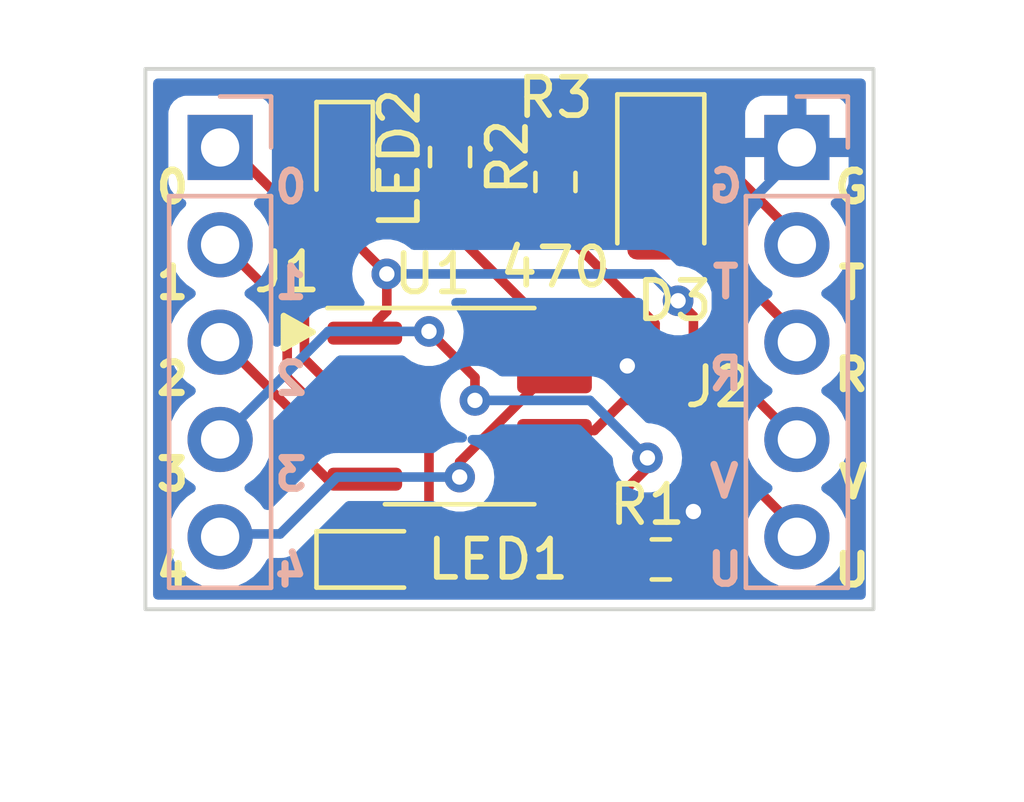
<source format=kicad_pcb>
(kicad_pcb (version 20221018) (generator pcbnew)
  (layers (0 "F.Cu" signal) (31 "B.Cu" signal) (34 "B.Paste" user) (35 "F.Paste" user) (36 "B.SilkS" user "B.Silkscreen") (37 "F.SilkS" user "F.Silkscreen") (38 "B.Mask" user) (39 "F.Mask" user) (44 "Edge.Cuts" user))
  (net 0 "")
  (net 1 "2")
  (net 2 "3")
  (net 3 "4")
  (net 4 "Net-(D1-K)")
  (net 5 "Net-(D2-K)")
  (net 6 "8")
  (net 7 "5")
  (net 8 "6")
  (net 9 "7")
  (net 10 "1")
  (net 11 "UPDI_RX")
  (net 12 "UPDI_TX")
  (footprint "Resistor_SMD:R_0603_1608Metric" (layer "F.Cu") (at 96.5 73.9 90)
    (fp_text reference "470" (at -2.225 0) (layer "F.SilkS"))
    (fp_text value "R3" (at 2.2 0) (layer "F.SilkS"))
    (fp_line (start -0.237258 -0.5225) (end 0.237258 -0.5225) (stroke (width 0.12)) (layer "F.SilkS"))
    (fp_line (start -0.237258 0.5225) (end 0.237258 0.5225) (stroke (width 0.12)) (layer "F.SilkS"))
    (pad "1" smd roundrect (at -0.825 0 90) (size 0.8 0.95) (layers "F.Cu" "F.Paste" "F.Mask") (net 8 "6"))
    (pad "2" smd roundrect (at 0.825 0 90) (size 0.8 0.95) (layers "F.Cu" "F.Paste" "F.Mask") (net 11 "UPDI_RX"))
  )
  (footprint "Resistor_SMD:R_0603_1608Metric" (layer "F.Cu") (at 93.75 73.25 -90)
    (fp_text reference "R2" (at 0 -1.5 90) (layer "F.SilkS"))
    (fp_text value "1k")
    (fp_line (start -0.237258 -0.5225) (end 0.237258 -0.5225) (stroke (width 0.12)) (layer "F.SilkS"))
    (fp_line (start -0.237258 0.5225) (end 0.237258 0.5225) (stroke (width 0.12)) (layer "F.SilkS"))
    (pad "1" smd roundrect (at -0.825 0 270) (size 0.8 0.95) (layers "F.Cu" "F.Paste" "F.Mask") (net 5 "Net-(D2-K)"))
    (pad "2" smd roundrect (at 0.825 0 270) (size 0.8 0.95) (layers "F.Cu" "F.Paste" "F.Mask") (net 6 "8"))
  )
  (footprint "Diode_SMD:D_1206_3216Metric" (layer "F.Cu") (at 99.25 73.9 -90)
    (fp_text reference "D3" (at 3.1 -0.35) (layer "F.SilkS"))
    (fp_text value "RB160M-30")
    (fp_line (start -2.285 -1.135) (end -2.285 1.135) (stroke (width 0.12)) (layer "F.SilkS"))
    (fp_line (start -2.285 1.135) (end 1.6 1.135) (stroke (width 0.12)) (layer "F.SilkS"))
    (fp_line (start 1.6 -1.135) (end -2.285 -1.135) (stroke (width 0.12)) (layer "F.SilkS"))
    (pad "1" smd roundrect (at -1.4 0 270) (size 1.25 1.75) (layers "F.Cu" "F.Paste" "F.Mask") (roundrect_rratio 0.2) (net 12 "UPDI_TX"))
    (pad "2" smd roundrect (at 1.4 0 270) (size 1.25 1.75) (layers "F.Cu" "F.Paste" "F.Mask") (roundrect_rratio 0.2) (net 11 "UPDI_RX"))
  )
  (footprint "Resistor_SMD:R_0603_1608Metric" (layer "F.Cu") (at 99.25 83.75)
    (fp_text reference "R1" (at -0.35 -1.43) (layer "F.SilkS"))
    (fp_text value "1k")
    (fp_line (start -0.237258 -0.5225) (end 0.237258 -0.5225) (stroke (width 0.12)) (layer "F.SilkS"))
    (fp_line (start -0.237258 0.5225) (end 0.237258 0.5225) (stroke (width 0.12)) (layer "F.SilkS"))
    (pad "1" smd roundrect (at -0.825 0) (size 0.8 0.95) (layers "F.Cu" "F.Paste" "F.Mask") (net 4 "Net-(D1-K)"))
    (pad "2" smd roundrect (at 0.825 0) (size 0.8 0.95) (layers "F.Cu" "F.Paste" "F.Mask") (net 6 "8"))
  )
  (footprint "Diode_SMD:D_0603_1608Metric" (layer "F.Cu") (at 91.75 83.75)
    (fp_text reference "LED1" (at 3.25 0) (layer "F.SilkS"))
    (fp_text value "LED")
    (fp_line (start -1.485 -0.735) (end -1.485 0.735) (stroke (width 0.12)) (layer "F.SilkS"))
    (fp_line (start -1.485 0.735) (end 0.8 0.735) (stroke (width 0.12)) (layer "F.SilkS"))
    (fp_line (start 0.8 -0.735) (end -1.485 -0.735) (stroke (width 0.12)) (layer "F.SilkS"))
    (pad "1" smd roundrect (at -0.7875 0) (size 0.875 0.95) (layers "F.Cu" "F.Paste" "F.Mask") (net 4 "Net-(D1-K)"))
    (pad "2" smd roundrect (at 0.7875 0) (size 0.875 0.95) (layers "F.Cu" "F.Paste" "F.Mask") (net 2 "3"))
  )
  (footprint "Package_SO:SOIC-8_3.9x4.9mm_P1.27mm" (layer "F.Cu") (at 94 79.75)
    (fp_text reference "U1" (at -0.7 -3.45) (layer "F.SilkS"))
    (fp_text value "ATtiny202-SS")
    (fp_line (start 0 -2.56) (end -3.45 -2.56) (stroke (width 0.12)) (layer "F.SilkS"))
    (fp_line (start 0 -2.56) (end 1.95 -2.56) (stroke (width 0.12)) (layer "F.SilkS"))
    (fp_line (start 0 2.56) (end -1.95 2.56) (stroke (width 0.12)) (layer "F.SilkS"))
    (fp_line (start 0 2.56) (end 1.95 2.56) (stroke (width 0.12)) (layer "F.SilkS"))
    (pad "1" smd roundrect (at -2.475 -1.905) (size 1.95 0.6) (layers "F.Cu" "F.Paste" "F.Mask") (net 10 "1"))
    (pad "2" smd roundrect (at -2.475 -0.635) (size 1.95 0.6) (layers "F.Cu" "F.Paste" "F.Mask") (net 1 "2"))
    (pad "3" smd roundrect (at -2.475 0.635) (size 1.95 0.6) (layers "F.Cu" "F.Paste" "F.Mask") (net 2 "3"))
    (pad "4" smd roundrect (at -2.475 1.905) (size 1.95 0.6) (layers "F.Cu" "F.Paste" "F.Mask") (net 3 "4"))
    (pad "5" smd roundrect (at 2.475 1.905) (size 1.95 0.6) (layers "F.Cu" "F.Paste" "F.Mask") (net 7 "5"))
    (pad "6" smd roundrect (at 2.475 0.635) (size 1.95 0.6) (layers "F.Cu" "F.Paste" "F.Mask") (net 8 "6"))
    (pad "7" smd roundrect (at 2.475 -0.635) (size 1.95 0.6) (layers "F.Cu" "F.Paste" "F.Mask") (net 9 "7"))
    (pad "8" smd roundrect (at 2.475 -1.905) (size 1.95 0.6) (layers "F.Cu" "F.Paste" "F.Mask") (net 6 "8"))
  )
  (footprint "Diode_SMD:D_0603_1608Metric" (layer "F.Cu") (at 91 73.3 -90)
    (fp_text reference "LED2" (at 0 -1.43 90) (layer "F.SilkS"))
    (fp_text value "LED")
    (fp_line (start -1.485 -0.735) (end -1.485 0.735) (stroke (width 0.12)) (layer "F.SilkS"))
    (fp_line (start -1.485 0.735) (end 0.8 0.735) (stroke (width 0.12)) (layer "F.SilkS"))
    (fp_line (start 0.8 -0.735) (end -1.485 -0.735) (stroke (width 0.12)) (layer "F.SilkS"))
    (pad "1" smd roundrect (at -0.7875 0 270) (size 0.875 0.95) (layers "F.Cu" "F.Paste" "F.Mask") (net 5 "Net-(D2-K)"))
    (pad "2" smd roundrect (at 0.7875 0 270) (size 0.875 0.95) (layers "F.Cu" "F.Paste" "F.Mask") (net 10 "1"))
  )
  (footprint "Connector_PinHeader_2.54mm:PinHeader_1x05_P2.54mm_Vertical" (layer "B.Cu") (at 87.75 73 180)
    (fp_text reference "J1" (at -1.75 -3.25) (layer "F.SilkS"))
    (fp_text value "Conn_01x05_Pin")
    (fp_line (start -1.33 -11.49) (end 1.33 -11.49) (stroke (width 0.12)) (layer "B.SilkS"))
    (fp_line (start -1.33 -1.27) (end -1.33 -11.49) (stroke (width 0.12)) (layer "B.SilkS"))
    (fp_line (start -1.33 -1.27) (end 1.33 -1.27) (stroke (width 0.12)) (layer "B.SilkS"))
    (fp_line (start -1.33 0) (end -1.33 1.33) (stroke (width 0.12)) (layer "B.SilkS"))
    (fp_line (start -1.33 1.33) (end 0 1.33) (stroke (width 0.12)) (layer "B.SilkS"))
    (fp_line (start 1.33 -1.27) (end 1.33 -11.49) (stroke (width 0.12)) (layer "B.SilkS"))
    (pad "1" thru_hole rect (at 0 0 180) (size 1.7 1.7) (drill 1) (layers "*.Cu" "*.Mask") (net 1 "2"))
    (pad "2" thru_hole oval (at 0 -2.54 180) (size 1.7 1.7) (drill 1) (layers "*.Cu" "*.Mask") (net 2 "3"))
    (pad "3" thru_hole oval (at 0 -5.08 180) (size 1.7 1.7) (drill 1) (layers "*.Cu" "*.Mask") (net 3 "4"))
    (pad "4" thru_hole oval (at 0 -7.62 180) (size 1.7 1.7) (drill 1) (layers "*.Cu" "*.Mask") (net 7 "5"))
    (pad "5" thru_hole oval (at 0 -10.16 180) (size 1.7 1.7) (drill 1) (layers "*.Cu" "*.Mask") (net 9 "7"))
  )
  (footprint "Connector_PinHeader_2.54mm:PinHeader_1x05_P2.54mm_Vertical" (layer "B.Cu") (at 102.8 73 180)
    (fp_text reference "J2" (at 2.05 -6.25) (layer "F.SilkS"))
    (fp_text value "Conn_01x05_Pin")
    (fp_line (start -1.33 -11.49) (end 1.33 -11.49) (stroke (width 0.12)) (layer "B.SilkS"))
    (fp_line (start -1.33 -1.27) (end -1.33 -11.49) (stroke (width 0.12)) (layer "B.SilkS"))
    (fp_line (start -1.33 -1.27) (end 1.33 -1.27) (stroke (width 0.12)) (layer "B.SilkS"))
    (fp_line (start -1.33 0) (end -1.33 1.33) (stroke (width 0.12)) (layer "B.SilkS"))
    (fp_line (start -1.33 1.33) (end 0 1.33) (stroke (width 0.12)) (layer "B.SilkS"))
    (fp_line (start 1.33 -1.27) (end 1.33 -11.49) (stroke (width 0.12)) (layer "B.SilkS"))
    (pad "1" thru_hole rect (at 0 0 180) (size 1.7 1.7) (drill 1) (layers "*.Cu" "*.Mask") (net 6 "8"))
    (pad "2" thru_hole oval (at 0 -2.54 180) (size 1.7 1.7) (drill 1) (layers "*.Cu" "*.Mask") (net 12 "UPDI_TX"))
    (pad "3" thru_hole oval (at 0 -5.08 180) (size 1.7 1.7) (drill 1) (layers "*.Cu" "*.Mask") (net 11 "UPDI_RX"))
    (pad "4" thru_hole oval (at 0 -7.62 180) (size 1.7 1.7) (drill 1) (layers "*.Cu" "*.Mask") (net 10 "1"))
    (pad "5" thru_hole oval (at 0 -10.16 180) (size 1.7 1.7) (drill 1) (layers "*.Cu" "*.Mask") (net 8 "6"))
  )
  (gr_rect (start 85.8 70.95) (end 104.8 85.05) (stroke (width 0.1)) (fill none) (layer "Edge.Cuts"))
  (gr_text "G" (at 101.47 74.48) (layer "B.SilkS") (effects (font (size 0.8 0.8) (thickness 0.1875)) (justify left bottom mirror)))
  (gr_text "V" (at 101.37 82.18) (layer "B.SilkS") (effects (font (size 0.8 0.8) (thickness 0.1875)) (justify left bottom mirror)))
  (gr_text "2" (at 90.1 79.5) (layer "B.SilkS") (effects (font (size 0.8 0.8) (thickness 0.1875)) (justify left bottom mirror)))
  (gr_text "R" (at 101.47 79.38) (layer "B.SilkS") (effects (font (size 0.8 0.8) (thickness 0.1875)) (justify left bottom mirror)))
  (gr_text "1" (at 90.1 77) (layer "B.SilkS") (effects (font (size 0.8 0.8) (thickness 0.1875)) (justify left bottom mirror)))
  (gr_text "0" (at 90.1 74.5) (layer "B.SilkS") (effects (font (size 0.8 0.8) (thickness 0.1875)) (justify left bottom mirror)))
  (gr_text "4" (at 90.1 84.5) (layer "B.SilkS") (effects (font (size 0.8 0.8) (thickness 0.1875)) (justify left bottom mirror)))
  (gr_text "T" (at 101.37 76.98) (layer "B.SilkS") (effects (font (size 0.8 0.8) (thickness 0.1875)) (justify left bottom mirror)))
  (gr_text "U" (at 101.47 84.48) (layer "B.SilkS") (effects (font (size 0.8 0.8) (thickness 0.1875)) (justify left bottom mirror)))
  (gr_text "3" (at 90.1 82) (layer "B.SilkS") (effects (font (size 0.8 0.8) (thickness 0.1875)) (justify left bottom mirror)))
  (gr_text "2" (at 86 79.5) (layer "F.SilkS") (effects (font (size 0.8 0.8) (thickness 0.1875)) (justify left bottom)))
  (gr_text "U" (at 103.7 84.5) (layer "F.SilkS") (effects (font (size 0.8 0.8) (thickness 0.1875)) (justify left bottom)))
  (gr_text "T" (at 103.8 77) (layer "F.SilkS") (effects (font (size 0.8 0.8) (thickness 0.1875)) (justify left bottom)))
  (gr_text "3" (at 86 82) (layer "F.SilkS") (effects (font (size 0.8 0.8) (thickness 0.1875)) (justify left bottom)))
  (gr_text "G" (at 103.7 74.5) (layer "F.SilkS") (effects (font (size 0.8 0.8) (thickness 0.1875)) (justify left bottom)))
  (gr_text "▼" (at 90.3 77.1 90) (layer "F.SilkS") (effects (font (size 1 1)) (justify left bottom mirror)))
  (gr_text "V" (at 103.8 82.2) (layer "F.SilkS") (effects (font (size 0.8 0.8) (thickness 0.1875)) (justify left bottom)))
  (gr_text "0" (at 86 74.5) (layer "F.SilkS") (effects (font (size 0.8 0.8) (thickness 0.1875)) (justify left bottom)))
  (gr_text "R" (at 103.7 79.4) (layer "F.SilkS") (effects (font (size 0.8 0.8) (thickness 0.1875)) (justify left bottom)))
  (gr_text "4" (at 86 84.5) (layer "F.SilkS") (effects (font (size 0.8 0.8) (thickness 0.1875)) (justify left bottom)))
  (gr_text "1" (at 86 77) (layer "F.SilkS") (effects (font (size 0.8 0.8) (thickness 0.1875)) (justify left bottom)))
  (segment (start 89.95 76.05) (end 89.95 78.514999) (width 0.25) (layer "F.Cu") (net 1))
  (segment (start 87.75 73) (end 88 73) (width 0.25) (layer "F.Cu") (net 1))
  (segment (start 89.6 75.7) (end 89.95 76.05) (width 0.25) (layer "F.Cu") (net 1))
  (segment (start 90.550001 79.115) (end 91.525 79.115) (width 0.25) (layer "F.Cu") (net 1))
  (segment (start 89.95 78.514999) (end 90.550001 79.115) (width 0.25) (layer "F.Cu") (net 1))
  (segment (start 88 73) (end 89.6 74.6) (width 0.25) (layer "F.Cu") (net 1))
  (segment (start 89.6 74.6) (end 89.6 75.7) (width 0.25) (layer "F.Cu") (net 1))
  (segment (start 93.2 83.0875) (end 92.5375 83.75) (width 0.25) (layer "F.Cu") (net 2))
  (segment (start 87.75 75.465) (end 89.5 77.215) (width 0.25) (layer "F.Cu") (net 2))
  (segment (start 92.785 80.385) (end 93.2 80.8) (width 0.25) (layer "F.Cu") (net 2))
  (segment (start 90.885 80.385) (end 91.525 80.385) (width 0.25) (layer "F.Cu") (net 2))
  (segment (start 89.5 79) (end 90.885 80.385) (width 0.25) (layer "F.Cu") (net 2))
  (segment (start 93.2 80.8) (end 93.2 83.0875) (width 0.25) (layer "F.Cu") (net 2))
  (segment (start 91.525 80.385) (end 92.785 80.385) (width 0.25) (layer "F.Cu") (net 2))
  (segment (start 89.5 77.215) (end 89.5 79) (width 0.25) (layer "F.Cu") (net 2))
  (segment (start 90.550001 81.655) (end 91.525 81.655) (width 0.25) (layer "F.Cu") (net 3))
  (segment (start 89.8 80.055) (end 89.8 80.904999) (width 0.25) (layer "F.Cu") (net 3))
  (segment (start 87.75 78.005) (end 89.8 80.055) (width 0.25) (layer "F.Cu") (net 3))
  (segment (start 89.8 80.904999) (end 90.550001 81.655) (width 0.25) (layer "F.Cu") (net 3))
  (segment (start 91.8125 84.6) (end 90.9625 83.75) (width 0.25) (layer "F.Cu") (net 4))
  (segment (start 98.425 83.775) (end 97.6 84.6) (width 0.25) (layer "F.Cu") (net 4))
  (segment (start 97.6 84.6) (end 91.8125 84.6) (width 0.25) (layer "F.Cu") (net 4))
  (segment (start 98.425 83.75) (end 98.425 83.775) (width 0.25) (layer "F.Cu") (net 4))
  (segment (start 93.7125 72.4625) (end 93.75 72.425) (width 0.25) (layer "F.Cu") (net 5))
  (segment (start 90.75 72.4625) (end 93.7125 72.4625) (width 0.25) (layer "F.Cu") (net 5))
  (segment (start 97.5205 77.845) (end 96.475 77.845) (width 0.25) (layer "F.Cu") (net 6))
  (segment (start 100.075 83.75) (end 100.075 82.525) (width 0.25) (layer "F.Cu") (net 6))
  (segment (start 93.75 75.12) (end 96.475 77.845) (width 0.25) (layer "F.Cu") (net 6))
  (segment (start 93.75 74.075) (end 93.75 75.12) (width 0.25) (layer "F.Cu") (net 6))
  (segment (start 98.3755 78.7) (end 97.5205 77.845) (width 0.25) (layer "F.Cu") (net 6))
  (segment (start 100.075 82.525) (end 100.1 82.5) (width 0.25) (layer "F.Cu") (net 6))
  (via (at 98.3755 78.7) (size 0.8) (drill 0.4) (layers "F.Cu" "B.Cu") (net 6))
  (via (at 100.1 82.5) (size 0.8) (drill 0.4) (layers "F.Cu" "B.Cu") (net 6))
  (segment (start 98.3755 78.7) (end 100.1 80.4245) (width 0.25) (layer "B.Cu") (net 6))
  (segment (start 100.7 75.3) (end 103 73) (width 0.25) (layer "B.Cu") (net 6))
  (segment (start 100.1 82.5) (end 100.1 82.4) (width 0.25) (layer "B.Cu") (net 6))
  (segment (start 98.3755 78.7) (end 100.1 78.7) (width 0.25) (layer "B.Cu") (net 6))
  (segment (start 100.1 78.7) (end 100.7 78.1) (width 0.25) (layer "B.Cu") (net 6))
  (segment (start 100.7 78.1) (end 100.7 75.3) (width 0.25) (layer "B.Cu") (net 6))
  (segment (start 100.1 80.4245) (end 100.1 82.5) (width 0.25) (layer "B.Cu") (net 6))
  (segment (start 98.9 81.359619) (end 98.234619 82.025) (width 0.25) (layer "F.Cu") (net 7))
  (segment (start 98.9 81.1) (end 98.9 81.359619) (width 0.25) (layer "F.Cu") (net 7))
  (segment (start 93.2 77.8) (end 94.4 79) (width 0.25) (layer "F.Cu") (net 7))
  (segment (start 96.845 82.025) (end 96.475 81.655) (width 0.25) (layer "F.Cu") (net 7))
  (segment (start 94.4 79) (end 94.4 79.6) (width 0.25) (layer "F.Cu") (net 7))
  (segment (start 98.234619 82.025) (end 96.845 82.025) (width 0.25) (layer "F.Cu") (net 7))
  (via (at 98.9 81.1) (size 0.8) (drill 0.4) (layers "F.Cu" "B.Cu") (net 7))
  (via (at 94.4 79.6) (size 0.8) (drill 0.4) (layers "F.Cu" "B.Cu") (net 7))
  (via (at 93.2 77.8) (size 0.8) (drill 0.4) (layers "F.Cu" "B.Cu") (net 7))
  (segment (start 94.4 79.6) (end 97.4 79.6) (width 0.25) (layer "B.Cu") (net 7))
  (segment (start 90.57 77.8) (end 87.75 80.62) (width 0.25) (layer "B.Cu") (net 7))
  (segment (start 97.4 79.6) (end 98.9 81.1) (width 0.25) (layer "B.Cu") (net 7))
  (segment (start 93.2 77.8) (end 90.57 77.8) (width 0.25) (layer "B.Cu") (net 7))
  (segment (start 99.44 79.6) (end 103 83.16) (width 0.25) (layer "F.Cu") (net 8))
  (segment (start 98.3 79.6) (end 99.44 79.6) (width 0.25) (layer "F.Cu") (net 8))
  (segment (start 98.3 79.6) (end 97.515 80.385) (width 0.25) (layer "F.Cu") (net 8))
  (segment (start 99.1 77.6) (end 99.1 79.6) (width 0.25) (layer "F.Cu") (net 8))
  (segment (start 97.515 80.385) (end 96.475 80.385) (width 0.25) (layer "F.Cu") (net 8))
  (segment (start 96.5 75) (end 99.1 77.6) (width 0.25) (layer "F.Cu") (net 8))
  (segment (start 96.094092 79.115) (end 96.475 79.115) (width 0.25) (layer "F.Cu") (net 9))
  (segment (start 94 81.6) (end 94 81.209092) (width 0.25) (layer "F.Cu") (net 9))
  (segment (start 94 81.209092) (end 96.094092 79.115) (width 0.25) (layer "F.Cu") (net 9))
  (via (at 94 81.6) (size 0.8) (drill 0.4) (layers "F.Cu" "B.Cu") (net 9))
  (segment (start 89.315 83.085) (end 87.75 83.085) (width 0.25) (layer "B.Cu") (net 9))
  (segment (start 90.8 81.6) (end 89.315 83.085) (width 0.25) (layer "B.Cu") (net 9))
  (segment (start 94 81.6) (end 90.8 81.6) (width 0.25) (layer "B.Cu") (net 9))
  (segment (start 91 75.2) (end 92.1 76.3) (width 0.25) (layer "F.Cu") (net 10))
  (segment (start 99.7 77) (end 99.7 77) (width 0.25) (layer "F.Cu") (net 10))
  (segment (start 100.1 77.92) (end 100.1 77.4) (width 0.25) (layer "F.Cu") (net 10))
  (segment (start 91 74.0875) (end 91 75.2) (width 0.25) (layer "F.Cu") (net 10))
  (segment (start 92.1 77.27) (end 91.843198 77.526802) (width 0.25) (layer "F.Cu") (net 10))
  (segment (start 102.8 80.62) (end 100.1 77.92) (width 0.25) (layer "F.Cu") (net 10))
  (segment (start 100.1 77.4) (end 99.7 77) (width 0.25) (layer "F.Cu") (net 10))
  (segment (start 92.1 76.3) (end 92.1 77.27) (width 0.25) (layer "F.Cu") (net 10))
  (via (at 99.7 77) (size 0.8) (drill 0.4) (layers "F.Cu" "B.Cu") (net 10))
  (via (at 92.1 76.3) (size 0.8) (drill 0.4) (layers "F.Cu" "B.Cu") (net 10))
  (segment (start 99.7 77) (end 99 76.3) (width 0.25) (layer "B.Cu") (net 10))
  (segment (start 99 76.3) (end 92.1 76.3) (width 0.25) (layer "B.Cu") (net 10))
  (segment (start 92 76.3) (end 92.1 76.3) (width 0.25) (layer "B.Cu") (net 10))
  (segment (start 92.1 76.3) (end 92.2 76.3) (width 0.25) (layer "B.Cu") (net 10))
  (segment (start 103 78.08) (end 100.22 75.3) (width 0.25) (layer "F.Cu") (net 11))
  (segment (start 100.22 75.3) (end 99.25 75.3) (width 0.25) (layer "F.Cu") (net 11))
  (segment (start 98.725 75.3) (end 96.5 73.075) (width 0.25) (layer "F.Cu") (net 11))
  (segment (start 99.25 75.3) (end 98.725 75.3) (width 0.25) (layer "F.Cu") (net 11))
  (segment (start 99.25 72.5) (end 99.96 72.5) (width 0.25) (layer "F.Cu") (net 12))
  (segment (start 99.96 72.5) (end 103 75.54) (width 0.25) (layer "F.Cu") (net 12))
  (zone (net 6) (net_name "8") (layer "B.Cu") (connect_pads (clearance 0.5)) (min_thickness 0.25) (fill yes (thermal_gap 0.5) (thermal_bridge_width 0.5))
    (polygon (pts (xy 86 71.2) (xy 86 84.8) (xy 104.6 84.8) (xy 104.6 71.2)))
  )
)
</source>
